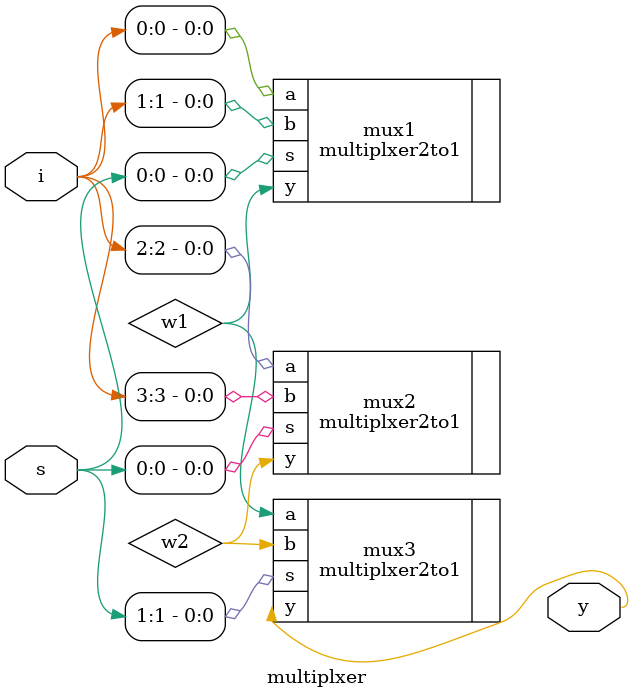
<source format=v>
module multiplxer(i,y,s);
input [3:0]i;
input [1:0]s;
output y;
wire w1,w2;
multiplxer2to1 mux1(.a(i[0]),.b(i[1]),.s(s[0]),.y(w1));
multiplxer2to1 mux2(.a(i[2]),.b(i[3]),.s(s[0]),.y(w2));
multiplxer2to1 mux3(.a(w1),.b(w2),.s(s[1]),.y(y));
endmodule


</source>
